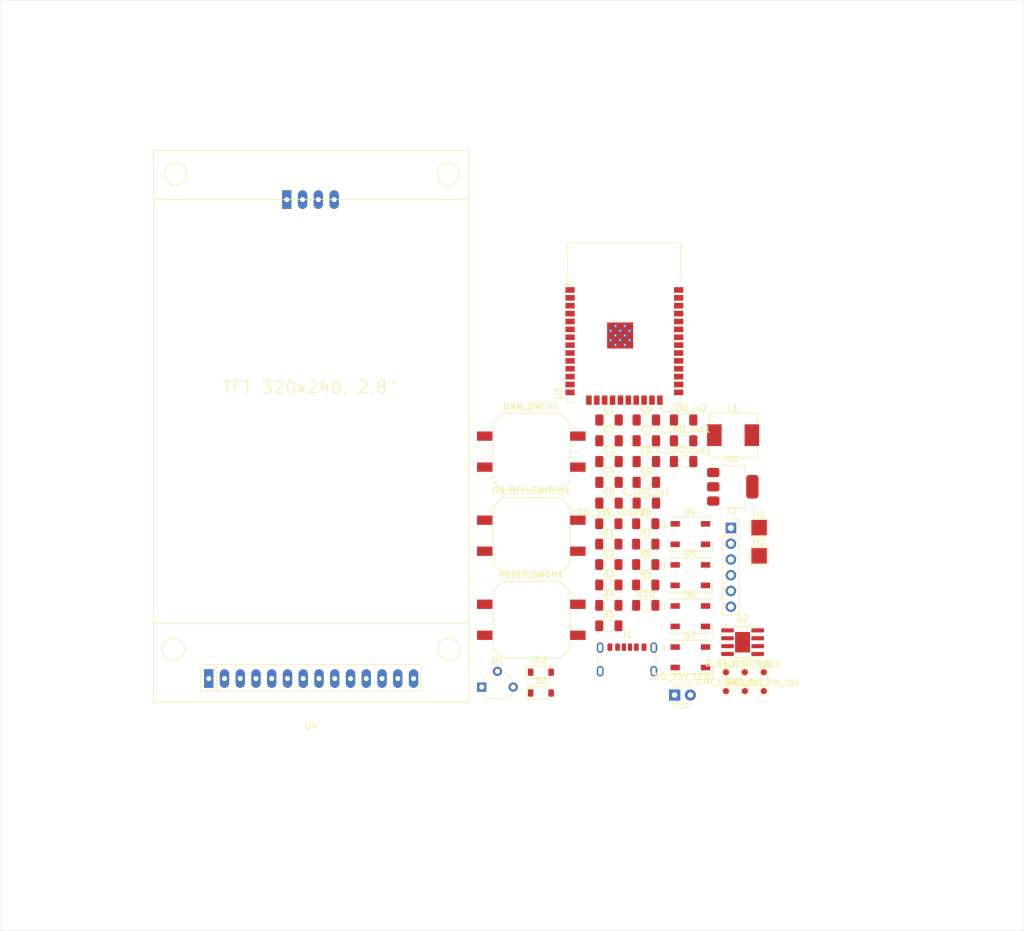
<source format=kicad_pcb>
(kicad_pcb (version 20240108) (generator "pcbnew") (generator_version "8.0")
  (layers (0 "F.Cu" signal) (31 "B.Cu" signal) (34 "B.Paste" user) (35 "F.Paste" user) (36 "B.SilkS" user "B.Silkscreen") (37 "F.SilkS" user "F.Silkscreen") (38 "B.Mask" user) (39 "F.Mask" user) (44 "Edge.Cuts" user))
  (net 0 "")
  (net 1 "DTR_BL")
  (net 2 "EN_ESP")
  (net 3 "Net-(C1-Pad1)")
  (net 4 "Bat-")
  (net 5 "3_3V_AMSVO")
  (net 6 "5V_USB_BL")
  (net 7 "Net-(D2-A)")
  (net 8 "5V_USB_C")
  (net 9 "Net-(D3-A)")
  (net 10 "Net-(D4-DOUT)")
  (net 11 "Net-(D4-DIN)")
  (net 12 "GPIO0")
  (net 13 "RXD_USB")
  (net 14 "TXD_USB")
  (net 15 "3.3V_USB")
  (net 16 "Net-(D5-DOUT)")
  (net 17 "Net-(LDO_33V_LED1-K)")
  (net 18 "Net-(Q1-C)")
  (net 19 "Net-(Q1-B)")
  (net 20 "Bat+")
  (net 21 "IC_LED_DIN")
  (net 22 "RXD")
  (net 23 "Net-(D6-DOUT)")
  (net 25 "Net-(J1-CC1)")
  (net 26 "TXD")
  (net 27 "Net-(ON_OFF_SWITCH1-Pad1)")
  (net 28 "Net-(U2-SW)")
  (net 29 "Net-(U2-BAT)")
  (net 30 "Net-(U2-LED2)")
  (net 31 "Net-(U2-KEY)")
  (net 32 "Net-(D1-A)")
  (net 65 "Net-(C8-Pad2)")
  (footprint "Resistor_SMD:R_1206_3216Metric_Pad1.30x1.75mm_HandSolder" (layer "F.Cu") (at 213.85 150.91)
    (property "Reference" "R1" (at 0 -1.82 0) (layer "F.SilkS"))
    (property "Value" "2R")
    (pad "1" smd roundrect (at -1.55 0) (size 1.3 1.75) (layers "F.Cu" "F.Paste" "F.Mask") (roundrect_rratio 0.192308) (net 8 "5V_USB_C"))
    (pad "2" smd roundrect (at 1.55 0) (size 1.3 1.75) (layers "F.Cu" "F.Paste" "F.Mask") (roundrect_rratio 0.192308) (net 3 "Net-(C1-Pad1)"))
  )
  (footprint "Library:SW_Push_12x12_aliexpress" (layer "F.Cu") (at 201.35 136)
    (property "Reference" "DWN_SWCH1" (at 0 -7.3 0) (layer "F.SilkS"))
    (property "Value" "SW_Push_Dual")
    (pad "1" smd rect (at -7.5 -2.5) (size 2.5 1.5) (layers "F.Cu" "F.Paste" "F.Mask") (net 4 "Bat-"))
    (pad "2" smd rect (at 7.5 -2.5) (size 2.5 1.5) (layers "F.Cu" "F.Paste" "F.Mask") (net 12 "GPIO0"))
    (pad "3" smd rect (at -7.5 2.5) (size 2.5 1.5) (layers "F.Cu" "F.Paste" "F.Mask") (net 4 "Bat-"))
    (pad "4" smd rect (at 7.5 2.5) (size 2.5 1.5) (layers "F.Cu" "F.Paste" "F.Mask") (net 12 "GPIO0"))
  )
  (footprint "Diode_SMD:D_SOD-123" (layer "F.Cu") (at 202.895 171.55)
    (property "Reference" "D2" (at 0 -2 0) (layer "F.SilkS"))
    (property "Value" "1N5819WS")
    (pad "1" smd roundrect (at -1.65 0) (size 0.9 1.2) (layers "F.Cu" "F.Paste" "F.Mask") (net 8 "5V_USB_C"))
    (pad "2" smd roundrect (at 1.65 0) (size 0.9 1.2) (layers "F.Cu" "F.Paste" "F.Mask") (net 7 "Net-(D2-A)"))
  )
  (footprint "Capacitor_SMD:C_1206_3216Metric_Pad1.33x1.80mm_HandSolder" (layer "F.Cu") (at 225.9 134.25)
    (property "Reference" "C_LDO_out1" (at 0 -1.85 0) (layer "F.SilkS"))
    (property "Value" "10uF")
    (pad "1" smd roundrect (at -1.5625 0) (size 1.325 1.8) (layers "F.Cu" "F.Paste" "F.Mask") (roundrect_rratio 0.188679) (net 5 "3_3V_AMSVO"))
    (pad "2" smd roundrect (at 1.5625 0) (size 1.325 1.8) (layers "F.Cu" "F.Paste" "F.Mask") (roundrect_rratio 0.188679) (net 4 "Bat-"))
  )
  (footprint "Connector_PinSocket_2.54mm:PinSocket_1x06_P2.54mm_Vertical" (layer "F.Cu") (at 233.52 148.3)
    (property "Reference" "J2" (at 0 -2.77 0) (layer "F.SilkS"))
    (property "Value" "CP2102 module")
    (pad "1" thru_hole rect (at 0 0) (size 1.7 1.7) (drill 1) (layers "*.Cu" "*.Mask") (net 6 "5V_USB_BL"))
    (pad "2" thru_hole oval (at 0 2.54) (size 1.7 1.7) (drill 1) (layers "*.Cu" "*.Mask") (net 4 "Bat-"))
    (pad "3" thru_hole oval (at 0 5.08) (size 1.7 1.7) (drill 1) (layers "*.Cu" "*.Mask") (net 14 "TXD_USB"))
    (pad "4" thru_hole oval (at 0 7.62) (size 1.7 1.7) (drill 1) (layers "*.Cu" "*.Mask") (net 13 "RXD_USB"))
    (pad "5" thru_hole oval (at 0 10.16) (size 1.7 1.7) (drill 1) (layers "*.Cu" "*.Mask") (net 1 "DTR_BL"))
    (pad "6" thru_hole oval (at 0 12.7) (size 1.7 1.7) (drill 1) (layers "*.Cu" "*.Mask") (net 15 "3.3V_USB"))
  )
  (footprint "Resistor_SMD:R_1206_3216Metric_Pad1.30x1.75mm_HandSolder" (layer "F.Cu") (at 213.85 160.78)
    (property "Reference" "R4" (at 0 -1.82 0) (layer "F.SilkS"))
    (property "Value" "10K")
    (pad "1" smd roundrect (at -1.55 0) (size 1.3 1.75) (layers "F.Cu" "F.Paste" "F.Mask") (roundrect_rratio 0.192308) (net 27 "Net-(ON_OFF_SWITCH1-Pad1)"))
    (pad "2" smd roundrect (at 1.55 0) (size 1.3 1.75) (layers "F.Cu" "F.Paste" "F.Mask") (roundrect_rratio 0.192308) (net 31 "Net-(U2-KEY)"))
  )
  (footprint "LED_SMD:LED_WS2812B_PLCC4_5.0x5.0mm_P3.2mm" (layer "F.Cu") (at 226.985 169.145)
    (property "Reference" "D7" (at 0 -3.5 0) (layer "F.SilkS"))
    (property "Value" "WS2812B")
    (fp_text user "1" (at -4.15 -1.6 0) (layer "F.SilkS"))
    (pad "1" smd rect (at -2.45 -1.65) (size 1.5 0.9) (layers "F.Cu" "F.Paste" "F.Mask") (net 6 "5V_USB_BL"))
    (pad "2" smd rect (at -2.45 1.65) (size 1.5 0.9) (layers "F.Cu" "F.Paste" "F.Mask"))
    (pad "3" smd rect (at 2.45 1.65) (size 1.5 0.9) (layers "F.Cu" "F.Paste" "F.Mask") (net 4 "Bat-"))
    (pad "4" smd rect (at 2.45 -1.65) (size 1.5 0.9) (layers "F.Cu" "F.Paste" "F.Mask") (net 23 "Net-(D6-DOUT)"))
  )
  (footprint "Diode_SMD:D_SOD-123" (layer "F.Cu") (at 202.895 174.9)
    (property "Reference" "D3" (at 0 -2 0) (layer "F.SilkS"))
    (property "Value" "1N5819WS")
    (pad "1" smd roundrect (at -1.65 0) (size 0.9 1.2) (layers "F.Cu" "F.Paste" "F.Mask") (net 6 "5V_USB_BL"))
    (pad "2" smd roundrect (at 1.65 0) (size 0.9 1.2) (layers "F.Cu" "F.Paste" "F.Mask") (net 9 "Net-(D3-A)"))
  )
  (footprint "Resistor_SMD:R_1206_3216Metric_Pad1.30x1.75mm_HandSolder" (layer "F.Cu") (at 219.8 157.49)
    (property "Reference" "R9" (at 0 -1.82 0) (layer "F.SilkS"))
    (property "Value" "10k")
    (pad "1" smd roundrect (at -1.55 0) (size 1.3 1.75) (layers "F.Cu" "F.Paste" "F.Mask") (roundrect_rratio 0.192308) (net 5 "3_3V_AMSVO"))
    (pad "2" smd roundrect (at 1.55 0) (size 1.3 1.75) (layers "F.Cu" "F.Paste" "F.Mask") (roundrect_rratio 0.192308) (net 12 "GPIO0"))
  )
  (footprint "Capacitor_SMD:C_1206_3216Metric_Pad1.33x1.80mm_HandSolder" (layer "F.Cu") (at 219.89 144.3)
    (property "Reference" "C_LDO_in1" (at 0 -1.85 0) (layer "F.SilkS"))
    (property "Value" "100nF")
    (pad "1" smd roundrect (at -1.5625 0) (size 1.325 1.8) (layers "F.Cu" "F.Paste" "F.Mask") (roundrect_rratio 0.188679) (net 6 "5V_USB_BL"))
    (pad "2" smd roundrect (at 1.5625 0) (size 1.325 1.8) (layers "F.Cu" "F.Paste" "F.Mask") (roundrect_rratio 0.188679) (net 4 "Bat-"))
  )
  (footprint "Capacitor_SMD:C_1206_3216Metric_Pad1.33x1.80mm_HandSolder" (layer "F.Cu") (at 219.89 130.9)
    (property "Reference" "C6" (at 0 -1.85 0) (layer "F.SilkS"))
    (property "Value" "22u")
    (pad "1" smd roundrect (at -1.5625 0) (size 1.325 1.8) (layers "F.Cu" "F.Paste" "F.Mask") (roundrect_rratio 0.188679) (net 4 "Bat-"))
    (pad "2" smd roundrect (at 1.5625 0) (size 1.325 1.8) (layers "F.Cu" "F.Paste" "F.Mask") (roundrect_rratio 0.188679) (net 9 "Net-(D3-A)"))
  )
  (footprint "ASK:TFT ILI9341" (layer "F.Cu") (at 165.865 172.575)
    (property "Reference" "U4" (at 0 7.62 0) (layer "F.SilkS"))
    (property "Value" "~")
    (fp_text user "TFT 320x240, 2.8\"" (at -0.254 -46.99 0) (layer "F.SilkS") (effects (font (size 2 2))))
    (pad "1" thru_hole rect (at -16.51 0) (size 1.5 3) (drill 0.8) (layers "*.Cu" "*.Mask") (net 6 "5V_USB_BL"))
    (pad "2" thru_hole oval (at -13.97 0) (size 1.5 3) (drill 0.8) (layers "*.Cu" "*.Mask") (net 4 "Bat-"))
    (pad "3" thru_hole oval (at -11.43 0) (size 1.5 3) (drill 0.8) (layers "*.Cu" "*.Mask"))
    (pad "4" thru_hole oval (at -8.89 0) (size 1.5 3) (drill 0.8) (layers "*.Cu" "*.Mask"))
    (pad "5" thru_hole oval (at -6.35 0) (size 1.5 3) (drill 0.8) (layers "*.Cu" "*.Mask"))
    (pad "6" thru_hole oval (at -3.81 0) (size 1.5 3) (drill 0.8) (layers "*.Cu" "*.Mask"))
    (pad "7" thru_hole oval (at -1.27 0) (size 1.5 3) (drill 0.8) (layers "*.Cu" "*.Mask"))
    (pad "8" thru_hole oval (at 1.27 0) (size 1.5 3) (drill 0.8) (layers "*.Cu" "*.Mask"))
    (pad "9" thru_hole oval (at 3.81 0) (size 1.5 3) (drill 0.8) (layers "*.Cu" "*.Mask"))
    (pad "10" thru_hole oval (at 6.35 0) (size 1.5 3) (drill 0.8) (layers "*.Cu" "*.Mask"))
    (pad "11" thru_hole oval (at 8.89 0) (size 1.5 3) (drill 0.8) (layers "*.Cu" "*.Mask"))
    (pad "12" thru_hole oval (at 11.43 0) (size 1.5 3) (drill 0.8) (layers "*.Cu" "*.Mask"))
    (pad "13" thru_hole oval (at 13.97 0) (size 1.5 3) (drill 0.8) (layers "*.Cu" "*.Mask"))
    (pad "14" thru_hole oval (at 16.51 0) (size 1.5 3) (drill 0.8) (layers "*.Cu" "*.Mask"))
    (pad "15" thru_hole rect (at -3.92 -77.2) (size 1.5 3) (drill 0.8) (layers "*.Cu" "*.Mask"))
    (pad "16" thru_hole oval (at -1.38 -77.2) (size 1.5 3) (drill 0.8) (layers "*.Cu" "*.Mask"))
    (pad "17" thru_hole oval (at 1.16 -77.2) (size 1.5 3) (drill 0.8) (layers "*.Cu" "*.Mask"))
    (pad "18" thru_hole oval (at 3.7 -77.2) (size 1.5 3) (drill 0.8) (layers "*.Cu" "*.Mask"))
  )
  (footprint "Capacitor_SMD:C_1206_3216Metric_Pad1.33x1.80mm_HandSolder" (layer "F.Cu") (at 219.89 134.25)
    (property "Reference" "C7" (at 0 -1.85 0) (layer "F.SilkS"))
    (property "Value" "22u")
    (pad "1" smd roundrect (at -1.5625 0) (size 1.325 1.8) (layers "F.Cu" "F.Paste" "F.Mask") (roundrect_rratio 0.188679) (net 20 "Bat+"))
    (pad "2" smd roundrect (at 1.5625 0) (size 1.325 1.8) (layers "F.Cu" "F.Paste" "F.Mask") (roundrect_rratio 0.188679) (net 4 "Bat-"))
  )
  (footprint "LED_SMD:LED_WS2812B_PLCC4_5.0x5.0mm_P3.2mm" (layer "F.Cu") (at 226.985 149.285)
    (property "Reference" "D4" (at 0 -3.5 0) (layer "F.SilkS"))
    (property "Value" "WS2812B")
    (fp_text user "1" (at -4.15 -1.6 0) (layer "F.SilkS"))
    (pad "1" smd rect (at -2.45 -1.65) (size 1.5 0.9) (layers "F.Cu" "F.Paste" "F.Mask") (net 6 "5V_USB_BL"))
    (pad "2" smd rect (at -2.45 1.65) (size 1.5 0.9) (layers "F.Cu" "F.Paste" "F.Mask") (net 10 "Net-(D4-DOUT)"))
    (pad "3" smd rect (at 2.45 1.65) (size 1.5 0.9) (layers "F.Cu" "F.Paste" "F.Mask") (net 4 "Bat-"))
    (pad "4" smd rect (at 2.45 -1.65) (size 1.5 0.9) (layers "F.Cu" "F.Paste" "F.Mask") (net 11 "Net-(D4-DIN)"))
  )
  (footprint "TestPoint:TestPoint_Pad_D1.0mm" (layer "F.Cu") (at 235.77 174.6)
    (property "Reference" "GND_tp1" (at 0 -1.448 0) (layer "F.SilkS"))
    (property "Value" "TestPoint")
    (pad "1" smd circle (at 0 0) (size 1 1) (layers "F.Cu" "F.Mask") (net 4 "Bat-"))
  )
  (footprint "Capacitor_SMD:C_1206_3216Metric_Pad1.33x1.80mm_HandSolder" (layer "F.Cu") (at 213.88 144.3)
    (property "Reference" "C5" (at 0 -1.85 0) (layer "F.SilkS"))
    (property "Value" "22u")
    (pad "1" smd roundrect (at -1.5625 0) (size 1.325 1.8) (layers "F.Cu" "F.Paste" "F.Mask") (roundrect_rratio 0.188679) (net 4 "Bat-"))
    (pad "2" smd roundrect (at 1.5625 0) (size 1.325 1.8) (layers "F.Cu" "F.Paste" "F.Mask") (roundrect_rratio 0.188679) (net 9 "Net-(D3-A)"))
  )
  (footprint "IP5306:SOIC9P127_490X600X170L84X42T330X241N" (layer "F.Cu") (at 235.403 166.715)
    (property "Reference" "U2" (at 0 -3.81 0) (layer "F.SilkS"))
    (property "Value" "IP5306")
    (pad "1" smd roundrect (at -2.43 -1.905) (size 2.05 0.66) (layers "F.Cu" "F.Paste" "F.Mask") (roundrect_rratio 0.27) (net 8 "5V_USB_C"))
    (pad "2" smd roundrect (at -2.43 -0.635) (size 2.05 0.66) (layers "F.Cu" "F.Paste" "F.Mask") (roundrect_rratio 0.27) (net 32 "Net-(D1-A)"))
    (pad "3" smd roundrect (at -2.43 0.635) (size 2.05 0.66) (layers "F.Cu" "F.Paste" "F.Mask") (roundrect_rratio 0.27) (net 30 "Net-(U2-LED2)"))
    (pad "4" smd roundrect (at -2.43 1.905) (size 2.05 0.66) (layers "F.Cu" "F.Paste" "F.Mask") (roundrect_rratio 0.27) (net 30 "Net-(U2-LED2)"))
    (pad "5" smd roundrect (at 2.43 1.905) (size 2.05 0.66) (layers "F.Cu" "F.Paste" "F.Mask") (roundrect_rratio 0.27) (net 31 "Net-(U2-KEY)"))
    (pad "6" smd roundrect (at 2.43 0.635) (size 2.05 0.66) (layers "F.Cu" "F.Paste" "F.Mask") (roundrect_rratio 0.27) (net 29 "Net-(U2-BAT)"))
    (pad "7" smd roundrect (at 2.43 -0.635) (size 2.05 0.66) (layers "F.Cu" "F.Paste" "F.Mask") (roundrect_rratio 0.27) (net 28 "Net-(U2-SW)"))
    (pad "8" smd roundrect (at 2.43 -1.905) (size 2.05 0.66) (layers "F.Cu" "F.Paste" "F.Mask") (roundrect_rratio 0.27) (net 9 "Net-(D3-A)"))
    (pad "9" smd rect (at 0 0) (size 2.41 3.3) (layers "F.Cu" "F.Mask") (net 4 "Bat-"))
  )
  (footprint "Library:SW_Push_12x12_aliexpress" (layer "F.Cu") (at 201.35 163.1)
    (property "Reference" "RESET_SWCH1" (at 0 -7.3 0) (layer "F.SilkS"))
    (property "Value" "SW_Push_Dual")
    (pad "1" smd rect (at -7.5 -2.5) (size 2.5 1.5) (layers "F.Cu" "F.Paste" "F.Mask") (net 4 "Bat-"))
    (pad "2" smd rect (at 7.5 -2.5) (size 2.5 1.5) (layers "F.Cu" "F.Paste" "F.Mask") (net 2 "EN_ESP"))
    (pad "3" smd rect (at -7.5 2.5) (size 2.5 1.5) (layers "F.Cu" "F.Paste" "F.Mask") (net 4 "Bat-"))
    (pad "4" smd rect (at 7.5 2.5) (size 2.5 1.5) (layers "F.Cu" "F.Paste" "F.Mask") (net 2 "EN_ESP"))
  )
  (footprint "Capacitor_SMD:C_1206_3216Metric_Pad1.33x1.80mm_HandSolder" (layer "F.Cu") (at 225.9 137.6)
    (property "Reference" "C_LDO_out2" (at 0 -1.85 0) (layer "F.SilkS"))
    (property "Value" "100nF")
    (pad "1" smd roundrect (at -1.5625 0) (size 1.325 1.8) (layers "F.Cu" "F.Paste" "F.Mask") (roundrect_rratio 0.188679) (net 5 "3_3V_AMSVO"))
    (pad "2" smd roundrect (at 1.5625 0) (size 1.325 1.8) (layers "F.Cu" "F.Paste" "F.Mask") (roundrect_rratio 0.188679) (net 4 "Bat-"))
  )
  (footprint "Connector_USB:USB_C_Receptacle_GCT_USB4125-xx-x-0190_6P_TopMnt_Horizontal" (layer "F.Cu") (at 216.77 170.59)
    (property "Reference" "J1" (at 0 -5.1 0) (layer "F.SilkS"))
    (property "Value" "USB_C_Receptacle_PowerOnly_6P")
    (pad "A5" smd roundrect (at -0.5 -3.08) (size 0.7 1.2) (layers "F.Cu" "F.Paste" "F.Mask") (net 25 "Net-(J1-CC1)"))
    (pad "A9" smd roundrect (at 1.52 -3.08 180) (size 0.76 1.2) (layers "F.Cu" "F.Paste" "F.Mask") (net 7 "Net-(D2-A)"))
    (pad "A12" smd roundrect (at 2.75 -3.08 180) (size 0.8 1.2) (layers "F.Cu" "F.Paste" "F.Mask") (net 4 "Bat-"))
    (pad "B5" smd roundrect (at 0.5 -3.08 180) (size 0.7 1.2) (layers "F.Cu" "F.Paste" "F.Mask") (net 25 "Net-(J1-CC1)"))
    (pad "B9" smd roundrect (at -1.52 -3.08) (size 0.76 1.2) (layers "F.Cu" "F.Paste" "F.Mask") (net 7 "Net-(D2-A)"))
    (pad "B12" smd roundrect (at -2.75 -3.08) (size 0.8 1.2) (layers "F.Cu" "F.Paste" "F.Mask") (net 4 "Bat-"))
    (pad "S1" thru_hole oval (at -4.32 -3) (size 1.1 1.7) (drill oval 0.6 1.2) (layers "*.Cu" "*.Mask" "F.Paste") (net 4 "Bat-"))
    (pad "S1" thru_hole oval (at -4.32 0.8) (size 1.1 1.7) (drill oval 0.6 1.2) (layers "*.Cu" "*.Mask" "F.Paste") (net 4 "Bat-"))
    (pad "S1" thru_hole oval (at 4.32 -3) (size 1.1 1.7) (drill oval 0.6 1.2) (layers "*.Cu" "*.Mask" "F.Paste") (net 4 "Bat-"))
    (pad "S1" thru_hole oval (at 4.32 0.8) (size 1.1 1.7) (drill oval 0.6 1.2) (layers "*.Cu" "*.Mask" "F.Paste") (net 4 "Bat-"))
  )
  (footprint "LED_SMD:LED_WS2812B_PLCC4_5.0x5.0mm_P3.2mm" (layer "F.Cu") (at 226.985 155.905)
    (property "Reference" "D5" (at 0 -3.5 0) (layer "F.SilkS"))
    (property "Value" "WS2812B")
    (fp_text user "1" (at -4.15 -1.6 0) (layer "F.SilkS"))
    (pad "1" smd rect (at -2.45 -1.65) (size 1.5 0.9) (layers "F.Cu" "F.Paste" "F.Mask") (net 6 "5V_USB_BL"))
    (pad "2" smd rect (at -2.45 1.65) (size 1.5 0.9) (layers "F.Cu" "F.Paste" "F.Mask") (net 16 "Net-(D5-DOUT)"))
    (pad "3" smd rect (at 2.45 1.65) (size 1.5 0.9) (layers "F.Cu" "F.Paste" "F.Mask") (net 4 "Bat-"))
    (pad "4" smd rect (at 2.45 -1.65) (size 1.5 0.9) (layers "F.Cu" "F.Paste" "F.Mask") (net 10 "Net-(D4-DOUT)"))
  )
  (footprint "Capacitor_SMD:C_1206_3216Metric_Pad1.33x1.80mm_HandSolder" (layer "F.Cu") (at 219.89 137.6)
    (property "Reference" "C8" (at 0 -1.85 0) (layer "F.SilkS"))
    (property "Value" "100nF")
    (pad "1" smd roundrect (at -1.5625 0) (size 1.325 1.8) (layers "F.Cu" "F.Paste" "F.Mask") (roundrect_rratio 0.188679) (net 2 "EN_ESP"))
    (pad "2" smd roundrect (at 1.5625 0) (size 1.325 1.8) (layers "F.Cu" "F.Paste" "F.Mask") (roundrect_rratio 0.188679) (net 65 "Net-(C8-Pad2)"))
  )
  (footprint "Capacitor_SMD:C_1206_3216Metric_Pad1.33x1.80mm_HandSolder" (layer "F.Cu") (at 225.9 130.9)
    (property "Reference" "C_LDO_in2" (at 0 -1.85 0) (layer "F.SilkS"))
    (property "Value" "10uF")
    (pad "1" smd roundrect (at -1.5625 0) (size 1.325 1.8) (layers "F.Cu" "F.Paste" "F.Mask") (roundrect_rratio 0.188679) (net 6 "5V_USB_BL"))
    (pad "2" smd roundrect (at 1.5625 0) (size 1.325 1.8) (layers "F.Cu" "F.Paste" "F.Mask") (roundrect_rratio 0.188679) (net 4 "Bat-"))
  )
  (footprint "TestPoint:TestPoint_Pad_2.5x2.5mm" (layer "F.Cu") (at 238.07 148.25)
    (property "Reference" "H1" (at 0 -2.148 0) (layer "F.SilkS"))
    (property "Value" "MountingHole_Pad_MP")
    (pad "1" smd rect (at 0 0) (size 2.5 2.5) (layers "F.Cu" "F.Mask"))
  )
  (footprint "Capacitor_SMD:C_1206_3216Metric_Pad1.33x1.80mm_HandSolder" (layer "F.Cu") (at 213.88 130.9)
    (property "Reference" "C1" (at 0 -1.85 0) (layer "F.SilkS"))
    (property "Value" "10u")
    (pad "1" smd roundrect (at -1.5625 0) (size 1.325 1.8) (layers "F.Cu" "F.Paste" "F.Mask") (roundrect_rratio 0.188679) (net 3 "Net-(C1-Pad1)"))
    (pad "2" smd roundrect (at 1.5625 0) (size 1.325 1.8) (layers "F.Cu" "F.Paste" "F.Mask") (roundrect_rratio 0.188679) (net 4 "Bat-"))
  )
  (footprint "TestPoint:TestPoint_Pad_D1.0mm" (layer "F.Cu") (at 238.82 174.6)
    (property "Reference" "LED_5V_DIN_tp1" (at 0 -1.448 0) (layer "F.SilkS"))
    (property "Value" "TestPoint")
    (pad "1" smd circle (at 0 0) (size 1 1) (layers "F.Cu" "F.Mask") (net 18 "Net-(Q1-C)"))
  )
  (footprint "TestPoint:TestPoint_Pad_2.5x2.5mm" (layer "F.Cu") (at 238.07 152.8)
    (property "Reference" "H2" (at 0 -2.148 0) (layer "F.SilkS"))
    (property "Value" "MountingHole_Pad_MP")
    (pad "1" smd rect (at 0 0) (size 2.5 2.5) (layers "F.Cu" "F.Mask"))
  )
  (footprint "Library:SW_Push_12x12_aliexpress" (layer "F.Cu") (at 201.35 149.55)
    (property "Reference" "ON_OFF_SWITCH1" (at 0 -7.3 0) (layer "F.SilkS"))
    (property "Value" "SW_Push_Dual")
    (pad "1" smd rect (at -7.5 -2.5) (size 2.5 1.5) (layers "F.Cu" "F.Paste" "F.Mask") (net 27 "Net-(ON_OFF_SWITCH1-Pad1)"))
    (pad "2" smd rect (at 7.5 -2.5) (size 2.5 1.5) (layers "F.Cu" "F.Paste" "F.Mask") (net 4 "Bat-"))
    (pad "3" smd rect (at -7.5 2.5) (size 2.5 1.5) (layers "F.Cu" "F.Paste" "F.Mask") (net 27 "Net-(ON_OFF_SWITCH1-Pad1)"))
    (pad "4" smd rect (at 7.5 2.5) (size 2.5 1.5) (layers "F.Cu" "F.Paste" "F.Mask") (net 4 "Bat-"))
  )
  (footprint "Package_TO_SOT_SMD:SOT-223-3_TabPin2" (layer "F.Cu") (at 233.83 141.665)
    (property "Reference" "U1" (at 0 -4.5 0) (layer "F.SilkS"))
    (property "Value" "LD1117S33TR_SOT223")
    (pad "1" smd roundrect (at -3.15 -2.3) (size 2 1.5) (layers "F.Cu" "F.Paste" "F.Mask") (net 4 "Bat-"))
    (pad "2" smd roundrect (at -3.15 0) (size 2 1.5) (layers "F.Cu" "F.Paste" "F.Mask") (net 5 "3_3V_AMSVO"))
    (pad "2" smd roundrect (at 3.15 0) (size 2 3.8) (layers "F.Cu" "F.Paste" "F.Mask") (net 5 "3_3V_AMSVO"))
    (pad "3" smd roundrect (at -3.15 2.3) (size 2 1.5) (layers "F.Cu" "F.Paste" "F.Mask") (net 6 "5V_USB_BL"))
  )
  (footprint "Capacitor_SMD:C_1206_3216Metric_Pad1.33x1.80mm_HandSolder" (layer "F.Cu") (at 213.88 140.95)
    (property "Reference" "C4" (at 0 -1.85 0) (layer "F.SilkS"))
    (property "Value" "22u")
    (pad "1" smd roundrect (at -1.5625 0) (size 1.325 1.8) (layers "F.Cu" "F.Paste" "F.Mask") (roundrect_rratio 0.188679) (net 29 "Net-(U2-BAT)"))
    (pad "2" smd roundrect (at 1.5625 0) (size 1.325 1.8) (layers "F.Cu" "F.Paste" "F.Mask") (roundrect_rratio 0.188679) (net 4 "Bat-"))
  )
  (footprint "Resistor_SMD:R_1206_3216Metric_Pad1.30x1.75mm_HandSolder" (layer "F.Cu") (at 213.85 164.07)
    (property "Reference" "R5" (at 0 -1.82 0) (layer "F.SilkS"))
    (property "Value" "0.5R")
    (pad "1" smd roundrect (at -1.55 0) (size 1.3 1.75) (layers "F.Cu" "F.Paste" "F.Mask") (roundrect_rratio 0.192308) (net 20 "Bat+"))
    (pad "2" smd roundrect (at 1.55 0) (size 1.3 1.75) (layers "F.Cu" "F.Paste" "F.Mask") (roundrect_rratio 0.192308) (net 29 "Net-(U2-BAT)"))
  )
  (footprint "LED_SMD:LED_WS2812B_PLCC4_5.0x5.0mm_P3.2mm" (layer "F.Cu") (at 226.985 162.525)
    (property "Reference" "D6" (at 0 -3.5 0) (layer "F.SilkS"))
    (property "Value" "WS2812B")
    (fp_text user "1" (at -4.15 -1.6 0) (layer "F.SilkS"))
    (pad "1" smd rect (at -2.45 -1.65) (size 1.5 0.9) (layers "F.Cu" "F.Paste" "F.Mask") (net 6 "5V_USB_BL"))
    (pad "2" smd rect (at -2.45 1.65) (size 1.5 0.9) (layers "F.Cu" "F.Paste" "F.Mask") (net 23 "Net-(D6-DOUT)"))
    (pad "3" smd rect (at 2.45 1.65) (size 1.5 0.9) (layers "F.Cu" "F.Paste" "F.Mask") (net 4 "Bat-"))
    (pad "4" smd rect (at 2.45 -1.65) (size 1.5 0.9) (layers "F.Cu" "F.Paste" "F.Mask") (net 16 "Net-(D5-DOUT)"))
  )
  (footprint "LED_THT:LED_D3.0mm" (layer "F.Cu") (at 224.45 175.23)
    (property "Reference" "LDO_33V_LED1" (at 1.27 -2.96 0) (layer "F.SilkS"))
    (property "Value" "GREEN")
    (pad "1" thru_hole rect (at 0 0) (size 1.8 1.8) (drill 0.9) (layers "*.Cu" "*.Mask") (net 17 "Net-(LDO_33V_LED1-K)"))
    (pad "2" thru_hole circle (at 2.54 0) (size 1.8 1.8) (drill 0.9) (layers "*.Cu" "*.Mask") (net 5 "3_3V_AMSVO"))
  )
  (footprint "Resistor_SMD:R_1206_3216Metric_Pad1.30x1.75mm_HandSolder" (layer "F.Cu") (at 213.85 147.62)
    (property "Reference" "LDO_33V_LEDR1" (at 0 -1.82 0) (layer "F.SilkS"))
    (property "Value" "200")
    (pad "1" smd roundrect (at -1.55 0) (size 1.3 1.75) (layers "F.Cu" "F.Paste" "F.Mask") (roundrect_rratio 0.192308) (net 17 "Net-(LDO_33V_LED1-K)"))
    (pad "2" smd roundrect (at 1.55 0) (size 1.3 1.75) (layers "F.Cu" "F.Paste" "F.Mask") (roundrect_rratio 0.192308) (net 4 "Bat-"))
  )
  (footprint "Capacitor_SMD:C_1206_3216Metric_Pad1.33x1.80mm_HandSolder" (layer "F.Cu") (at 219.89 140.95)
    (property "Reference" "C9" (at 0 -1.85 0) (layer "F.SilkS"))
    (property "Value" "100uF")
    (pad "1" smd roundrect (at -1.5625 0) (size 1.325 1.8) (layers "F.Cu" "F.Paste" "F.Mask") (roundrect_rratio 0.188679) (net 4 "Bat-"))
    (pad "2" smd roundrect (at 1.5625 0) (size 1.325 1.8) (layers "F.Cu" "F.Paste" "F.Mask") (roundrect_rratio 0.188679) (net 6 "5V_USB_BL"))
  )
  (footprint "TestPoint:TestPoint_Pad_D1.0mm" (layer "F.Cu") (at 235.77 171.55)
    (property "Reference" "EN_ESP_tp1" (at 0 -1.448 0) (layer "F.SilkS"))
    (property "Value" "TestPoint")
    (pad "1" smd circle (at 0 0) (size 1 1) (layers "F.Cu" "F.Mask") (net 2 "EN_ESP"))
  )
  (footprint "Resistor_SMD:R_1206_3216Metric_Pad1.30x1.75mm_HandSolder" (layer "F.Cu") (at 219.8 160.78)
    (property "Reference" "R10" (at 0 -1.82 0) (layer "F.SilkS"))
    (property "Value" "10k")
    (pad "1" smd roundrect (at -1.55 0) (size 1.3 1.75) (layers "F.Cu" "F.Paste" "F.Mask") (roundrect_rratio 0.192308) (net 5 "3_3V_AMSVO"))
    (pad "2" smd roundrect (at 1.55 0) (size 1.3 1.75) (layers "F.Cu" "F.Paste" "F.Mask") (roundrect_rratio 0.192308) (net 2 "EN_ESP"))
  )
  (footprint "Capacitor_SMD:C_1206_3216Metric_Pad1.33x1.80mm_HandSolder" (layer "F.Cu") (at 213.88 134.25)
    (property "Reference" "C2" (at 0 -1.85 0) (layer "F.SilkS"))
    (property "Value" "10u")
    (pad "1" smd roundrect (at -1.5625 0) (size 1.325 1.8) (layers "F.Cu" "F.Paste" "F.Mask") (roundrect_rratio 0.188679) (net 8 "5V_USB_C"))
    (pad "2" smd roundrect (at 1.5625 0) (size 1.325 1.8) (layers "F.Cu" "F.Paste" "F.Mask") (roundrect_rratio 0.188679) (net 4 "Bat-"))
  )
  (footprint "TestPoint:TestPoint_Pad_D1.0mm" (layer "F.Cu") (at 238.82 171.55)
    (property "Reference" "IO0_tp1" (at 0 -1.448 0) (layer "F.SilkS"))
    (property "Value" "TestPoint")
    (pad "1" smd circle (at 0 0) (size 1 1) (layers "F.Cu" "F.Mask") (net 12 "GPIO0"))
  )
  (footprint "Resistor_SMD:R_1206_3216Metric_Pad1.30x1.75mm_HandSolder" (layer "F.Cu") (at 213.85 154.2)
    (property "Reference" "R2" (at 0 -1.82 0) (layer "F.SilkS"))
    (property "Value" "1k")
    (pad "1" smd roundrect (at -1.55 0) (size 1.3 1.75) (layers "F.Cu" "F.Paste" "F.Mask") (roundrect_rratio 0.192308) (net 20 "Bat+"))
    (pad "2" smd roundrect (at 1.55 0) (size 1.3 1.75) (layers "F.Cu" "F.Paste" "F.Mask") (roundrect_rratio 0.192308) (net 30 "Net-(U2-LED2)"))
  )
  (footprint "Resistor_SMD:R_1206_3216Metric_Pad1.30x1.75mm_HandSolder" (layer "F.Cu") (at 219.8 150.91)
    (property "Reference" "R7" (at 0 -1.82 0) (layer "F.SilkS"))
    (property "Value" "1k")
    (pad "1" smd roundrect (at -1.55 0) (size 1.3 1.75) (layers "F.Cu" "F.Paste" "F.Mask") (roundrect_rratio 0.192308) (net 21 "IC_LED_DIN"))
    (pad "2" smd roundrect (at 1.55 0) (size 1.3 1.75) (layers "F.Cu" "F.Paste" "F.Mask") (roundrect_rratio 0.192308) (net 19 "Net-(Q1-B)"))
  )
  (footprint "Resistor_SMD:R_1206_3216Metric_Pad1.30x1.75mm_HandSolder" (layer "F.Cu") (at 213.85 157.49)
    (property "Reference" "R3" (at 0 -1.82 0) (layer "F.SilkS"))
    (property "Value" "5.1k")
    (pad "1" smd roundrect (at -1.55 0) (size 1.3 1.75) (layers "F.Cu" "F.Paste" "F.Mask") (roundrect_rratio 0.192308) (net 25 "Net-(J1-CC1)"))
    (pad "2" smd roundrect (at 1.55 0) (size 1.3 1.75) (layers "F.Cu" "F.Paste" "F.Mask") (roundrect_rratio 0.192308) (net 4 "Bat-"))
  )
  (footprint "Capacitor_SMD:C_1206_3216Metric_Pad1.33x1.80mm_HandSolder" (layer "F.Cu") (at 213.88 137.6)
    (property "Reference" "C3" (at 0 -1.85 0) (layer "F.SilkS"))
    (property "Value" "22u")
    (pad "1" smd roundrect (at -1.5625 0) (size 1.325 1.8) (layers "F.Cu" "F.Paste" "F.Mask") (roundrect_rratio 0.188679) (net 4 "Bat-"))
    (pad "2" smd roundrect (at 1.5625 0) (size 1.325 1.8) (layers "F.Cu" "F.Paste" "F.Mask") (roundrect_rratio 0.188679) (net 9 "Net-(D3-A)"))
  )
  (footprint "Resistor_SMD:R_1206_3216Metric_Pad1.30x1.75mm_HandSolder" (layer "F.Cu") (at 219.8 147.62)
    (property "Reference" "R6" (at 0 -1.82 0) (layer "F.SilkS"))
    (property "Value" "0R")
    (pad "1" smd roundrect (at -1.55 0) (size 1.3 1.75) (layers "F.Cu" "F.Paste" "F.Mask") (roundrect_rratio 0.192308) (net 65 "Net-(C8-Pad2)"))
    (pad "2" smd roundrect (at 1.55 0) (size 1.3 1.75) (layers "F.Cu" "F.Paste" "F.Mask") (roundrect_rratio 0.192308) (net 1 "DTR_BL"))
  )
  (footprint "Resistor_SMD:R_1206_3216Metric_Pad1.30x1.75mm_HandSolder" (layer "F.Cu") (at 219.8 154.2)
    (property "Reference" "R8" (at 0 -1.82 0) (layer "F.SilkS"))
    (property "Value" "330")
    (pad "1" smd roundrect (at -1.55 0) (size 1.3 1.75) (layers "F.Cu" "F.Paste" "F.Mask") (roundrect_rratio 0.192308) (net 18 "Net-(Q1-C)"))
    (pad "2" smd roundrect (at 1.55 0) (size 1.3 1.75) (layers "F.Cu" "F.Paste" "F.Mask") (roundrect_rratio 0.192308) (net 11 "Net-(D4-DIN)"))
  )
  (footprint "TestPoint:TestPoint_Pad_D1.0mm" (layer "F.Cu") (at 232.72 171.55)
    (property "Reference" "3_3V_tp1" (at 0 -1.448 0) (layer "F.SilkS"))
    (property "Value" "TestPoint")
    (pad "1" smd circle (at 0 0) (size 1 1) (layers "F.Cu" "F.Mask") (net 5 "3_3V_AMSVO"))
  )
  (footprint "TestPoint:TestPoint_Pad_D1.0mm" (layer "F.Cu") (at 232.72 174.6)
    (property "Reference" "DTR_USB_tp1" (at 0 -1.448 0) (layer "F.SilkS"))
    (property "Value" "TestPoint")
    (pad "1" smd circle (at 0 0) (size 1 1) (layers "F.Cu" "F.Mask") (net 1 "DTR_BL"))
  )
  (footprint "Package_TO_SOT_THT:TO-92_Wide" (layer "F.Cu") (at 193.36 173.95)
    (property "Reference" "Q1" (at 2.55 -4.19 0) (layer "F.SilkS"))
    (property "Value" "2N3904")
    (pad "1" thru_hole rect (at 0 0) (size 1.5 1.5) (drill 0.8) (layers "*.Cu" "*.Mask") (net 4 "Bat-"))
    (pad "2" thru_hole circle (at 2.54 -2.54) (size 1.5 1.5) (drill 0.8) (layers "*.Cu" "*.Mask") (net 19 "Net-(Q1-B)"))
    (pad "3" thru_hole circle (at 5.08 0) (size 1.5 1.5) (drill 0.8) (layers "*.Cu" "*.Mask") (net 18 "Net-(Q1-C)"))
  )
  (footprint "Inductor_SMD:L_Chilisin_BMRB00060650" (layer "F.Cu") (at 233.88 133.345)
    (property "Reference" "L1" (at 0 -4.3 0) (layer "F.SilkS"))
    (property "Value" "1uH")
    (pad "1" smd rect (at -3.025 0) (size 2.35 3.5) (layers "F.Cu" "F.Paste" "F.Mask") (net 28 "Net-(U2-SW)"))
    (pad "2" smd rect (at 3.025 0) (size 2.35 3.5) (layers "F.Cu" "F.Paste" "F.Mask") (net 20 "Bat+"))
  )
  (footprint "RF_Module:ESP32-WROOM-32" (layer "F.Cu") (at 216.35 118.19)
    (property "Reference" "U3" (at -10.61 8.43 90) (layer "F.SilkS"))
    (property "Value" "ESP32-WROOM-32")
    (pad "1" smd rect (at -8.75 -8.25) (size 1.5 0.9) (layers "F.Cu" "F.Paste" "F.Mask") (net 4 "Bat-"))
    (pad "2" smd rect (at -8.75 -6.98) (size 1.5 0.9) (layers "F.Cu" "F.Paste" "F.Mask") (net 5 "3_3V_AMSVO"))
    (pad "3" smd rect (at -8.75 -5.71) (size 1.5 0.9) (layers "F.Cu" "F.Paste" "F.Mask") (net 2 "EN_ESP"))
    (pad "4" smd rect (at -8.75 -4.44) (size 1.5 0.9) (layers "F.Cu" "F.Paste" "F.Mask"))
    (pad "5" smd rect (at -8.75 -3.17) (size 1.5 0.9) (layers "F.Cu" "F.Paste" "F.Mask"))
    (pad "6" smd rect (at -8.75 -1.9) (size 1.5 0.9) (layers "F.Cu" "F.Paste" "F.Mask"))
    (pad "7" smd rect (at -8.75 -0.63) (size 1.5 0.9) (layers "F.Cu" "F.Paste" "F.Mask") (net 21 "IC_LED_DIN"))
    (pad "8" smd rect (at -8.75 0.64) (size 1.5 0.9) (layers "F.Cu" "F.Paste" "F.Mask"))
    (pad "9" smd rect (at -8.75 1.91) (size 1.5 0.9) (layers "F.Cu" "F.Paste" "F.Mask"))
    (pad "10" smd rect (at -8.75 3.18) (size 1.5 0.9) (layers "F.Cu" "F.Paste" "F.Mask"))
    (pad "11" smd rect (at -8.75 4.45) (size 1.5 0.9) (layers "F.Cu" "F.Paste" "F.Mask"))
    (pad "12" smd rect (at -8.75 5.72) (size 1.5 0.9) (layers "F.Cu" "F.Paste" "F.Mask"))
    (pad "13" smd rect (at -8.75 6.99) (size 1.5 0.9) (layers "F.Cu" "F.Paste" "F.Mask"))
    (pad "14" smd rect (at -8.75 8.26) (size 1.5 0.9) (layers "F.Cu" "F.Paste" "F.Mask"))
    (pad "15" smd rect (at -5.71 9.51 90) (size 1.5 0.9) (layers "F.Cu" "F.Paste" "F.Mask") (net 4 "Bat-"))
    (pad "16" smd rect (at -4.44 9.51 90) (size 1.5 0.9) (layers "F.Cu" "F.Paste" "F.Mask"))
    (pad "17" smd rect (at -3.17 9.51 90) (size 1.5 0.9) (layers "F.Cu" "F.Paste" "F.Mask"))
    (pad "18" smd rect (at -1.9 9.51 90) (size 1.5 0.9) (layers "F.Cu" "F.Paste" "F.Mask"))
    (pad "19" smd rect (at -0.63 9.51 90) (size 1.5 0.9) (layers "F.Cu" "F.Paste" "F.Mask"))
    (pad "20" smd rect (at 0.64 9.51 90) (size 1.5 0.9) (layers "F.Cu" "F.Paste" "F.Mask"))
    (pad "21" smd rect (at 1.91 9.51 90) (size 1.5 0.9) (layers "F.Cu" "F.Paste" "F.Mask"))
    (pad "22" smd rect (at 3.18 9.51 90) (size 1.5 0.9) (layers "F.Cu" "F.Paste" "F.Mask"))
    (pad "23" smd rect (at 4.45 9.51 90) (size 1.5 0.9) (layers "F.Cu" "F.Paste" "F.Mask"))
    (pad "24" smd rect (at 5.72 9.51 90) (size 1.5 0.9) (layers "F.Cu" "F.Paste" "F.Mask"))
    (pad "25" smd rect (at 8.75 8.26) (size 1.5 0.9) (layers "F.Cu" "F.Paste" "F.Mask") (net 12 "GPIO0"))
    (pad "26" smd rect (at 8.75 6.99) (size 1.5 0.9) (layers "F.Cu" "F.Paste" "F.Mask"))
    (pad "27" smd rect (at 8.75 5.72) (size 1.5 0.9) (layers "F.Cu" "F.Paste" "F.Mask"))
    (pad "28" smd rect (at 8.75 4.45) (size 1.5 0.9) (layers "F.Cu" "F.Paste" "F.Mask"))
    (pad "29" smd rect (at 8.75 3.18) (size 1.5 0.9) (layers "F.Cu" "F.Paste" "F.Mask"))
    (pad "30" smd rect (at 8.75 1.91) (size 1.5 0.9) (layers "F.Cu" "F.Paste" "F.Mask"))
    (pad "31" smd rect (at 8.75 0.64) (size 1.5 0.9) (layers "F.Cu" "F.Paste" "F.Mask"))
    (pad "32" smd rect (at 8.75 -0.63) (size 1.5 0.9) (layers "F.Cu" "F.Paste" "F.Mask"))
    (pad "33" smd rect (at 8.75 -1.9) (size 1.5 0.9) (layers "F.Cu" "F.Paste" "F.Mask"))
    (pad "34" smd rect (at 8.75 -3.17) (size 1.5 0.9) (layers "F.Cu" "F.Paste" "F.Mask") (net 26 "TXD"))
    (pad "35" smd rect (at 8.75 -4.44) (size 1.5 0.9) (layers "F.Cu" "F.Paste" "F.Mask") (net 22 "RXD"))
    (pad "36" smd rect (at 8.75 -5.71) (size 1.5 0.9) (layers "F.Cu" "F.Paste" "F.Mask"))
    (pad "37" smd rect (at 8.75 -6.98) (size 1.5 0.9) (layers "F.Cu" "F.Paste" "F.Mask"))
    (pad "38" smd rect (at 8.75 -8.25) (size 1.5 0.9) (layers "F.Cu" "F.Paste" "F.Mask") (net 4 "Bat-"))
    (pad "39" smd rect (at -2.205 -2.435) (size 1.05 1.05) (layers "F.Cu" "F.Paste") (net 4 "Bat-"))
    (pad "39" thru_hole circle (at -2.205 -1.6725) (size 0.6 0.6) (drill 0.2) (property pad_prop_heatsink) (layers "*.Cu" "F.Mask") (net 4 "Bat-"))
    (pad "39" smd rect (at -2.205 -0.91) (size 1.05 1.05) (layers "F.Cu" "F.Paste") (net 4 "Bat-"))
    (pad "39" thru_hole circle (at -2.205 -0.1475) (size 0.6 0.6) (drill 0.2) (property pad_prop_heatsink) (layers "*.Cu" "F.Mask") (net 4 "Bat-"))
    (pad "39" smd rect (at -2.205 0.615) (size 1.05 1.05) (layers "F.Cu" "F.Paste") (net 4 "Bat-"))
    (pad "39" thru_hole circle (at -1.4425 -2.435) (size 0.6 0.6) (drill 0.2) (property pad_prop_heatsink) (layers "*.Cu" "F.Mask") (net 4 "Bat-"))
    (pad "39" thru_hole circle (at -1.4425 -0.91) (size 0.6 0.6) (drill 0.2) (property pad_prop_heatsink) (layers "*.Cu" "F.Mask") (net 4 "Bat-"))
    (pad "39" thru_hole circle (at -1.4425 0.615) (size 0.6 0.6) (drill 0.2) (property pad_prop_heatsink) (layers "*.Cu" "F.Mask") (net 4 "Bat-"))
    (pad "39" smd rect (at -0.68 -2.435) (size 1.05 1.05) (layers "F.Cu" "F.Paste") (net 4 "Bat-"))
    (pad "39" thru_hole circle (at -0.68 -1.6725) (size 0.6 0.6) (drill 0.2) (property pad_prop_heatsink) (layers "*.Cu" "F.Mask") (net 4 "Bat-"))
    (pad "39" smd rect (at -0.68 -0.91) (size 1.05 1.05) (layers "F.Cu" "F.Paste") (net 4 "Bat-"))
    (pad "39" smd rect (at -0.68 -0.91) (size 4.2 4.2) (layers "F.Cu" "F.Mask") (net 4 "Bat-"))
    (pad "39" thru_hole circle (at -0.68 -0.1475) (size 0.6 0.6) (drill 0.2) (property pad_prop_heatsink) (layers "*.Cu" "F.Mask") (net 4 "Bat-"))
    (pad "39" smd rect (at -0.68 0.615) (size 1.05 1.05) (layers "F.Cu" "F.Paste") (net 4 "Bat-"))
    (pad "39" thru_hole circle (at 0.0825 -2.435) (size 0.6 0.6) (drill 0.2) (property pad_prop_heatsink) (layers "*.Cu" "F.Mask") (net 4 "Bat-"))
    (pad "39" thru_hole circle (at 0.0825 -0.91) (size 0.6 0.6) (drill 0.2) (property pad_prop_heatsink) (layers "*.Cu" "F.Mask") (net 4 "Bat-"))
    (pad "39" thru_hole circle (at 0.0825 0.615) (size 0.6 0.6) (drill 0.2) (property pad_prop_heatsink) (layers "*.Cu" "F.Mask") (net 4 "Bat-"))
    (pad "39" smd rect (at 0.845 -2.435) (size 1.05 1.05) (layers "F.Cu" "F.Paste") (net 4 "Bat-"))
    (pad "39" thru_hole circle (at 0.845 -1.6725) (size 0.6 0.6) (drill 0.2) (property pad_prop_heatsink) (layers "*.Cu" "F.Mask") (net 4 "Bat-"))
    (pad "39" smd rect (at 0.845 -0.91) (size 1.05 1.05) (layers "F.Cu" "F.Paste") (net 4 "Bat-"))
    (pad "39" thru_hole circle (at 0.845 -0.1475) (size 0.6 0.6) (drill 0.2) (property pad_prop_heatsink) (layers "*.Cu" "F.Mask") (net 4 "Bat-"))
    (pad "39" smd rect (at 0.845 0.615) (size 1.05 1.05) (layers "F.Cu" "F.Paste") (net 4 "Bat-"))
  )
  (gr_rect (start 115.74 63.23) (end 280.74 213.23) (stroke (width 0.05)) (fill none) (layer "Edge.Cuts"))
)
</source>
